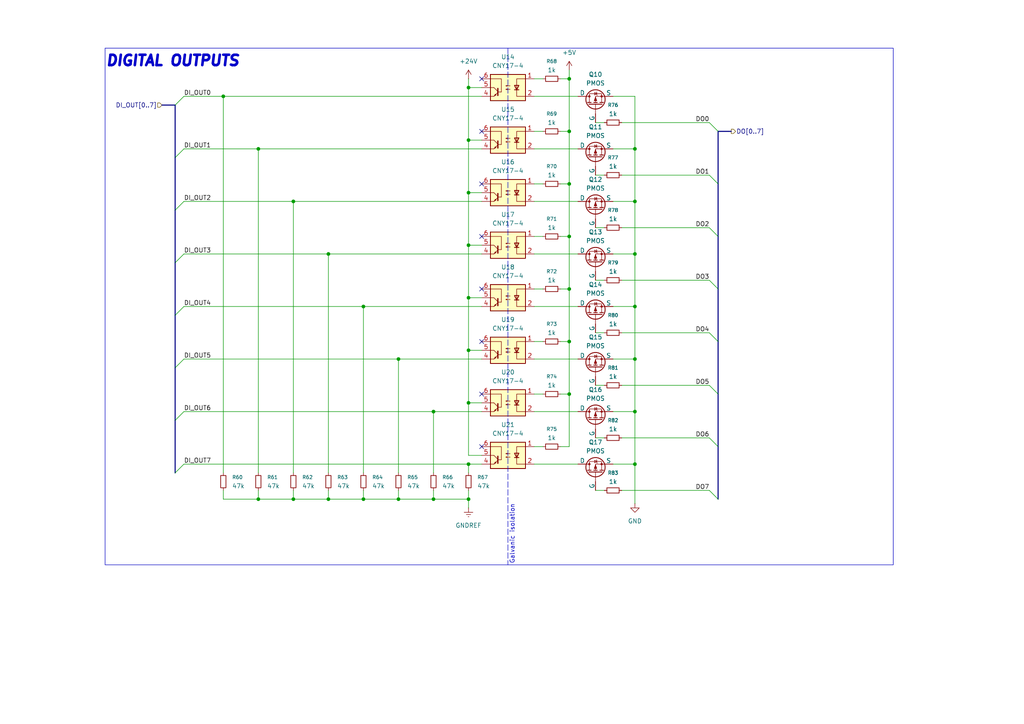
<source format=kicad_sch>
(kicad_sch (version 20250114) (generator "eeschema") (generator_version "9.0")
  (paper "A4")
  (title_block (title "PLC ON STM") (company "Author: Grzegorz Potocki"))
  (lib_symbols
    (symbol "Device:R_Small" (pin_numbers (hide yes)) (pin_names (offset 0.254) (hide yes))
      (property "Reference" "R" (at 0 0 90))
      (property "Value" "R_Small" (at 1.778 0 90))
      (symbol "R_Small_0_1"
        (rectangle (start -0.762 1.778) (end 0.762 -1.778) (stroke (width 0.2032)))
      )
      (symbol "R_Small_1_1"
        (pin passive line (at 0 2.54 270) (length 0.762) (name "~") (number "1"))
        (pin passive line (at 0 -2.54 90) (length 0.762) (name "~") (number "2"))
      )
    )
    (symbol "Isolator:CNY17-4" (pin_names (offset 1.016))
      (property "Reference" "U" (at -5.08 5.08 0))
      (property "Value" "CNY17-4" (at 0 5.08 0))
      (symbol "CNY17-4_0_1"
        (rectangle (start -5.08 3.81) (end 5.08 -3.81) (stroke (width 0.254)) (fill (type background)))
        (polyline (pts (xy -5.08 2.54) (xy -2.54 2.54) (xy -2.54 -0.762)))
        (polyline (pts (xy -3.175 -0.635) (xy -1.905 -0.635)) (stroke (width 0.254)))
        (polyline (pts (xy -2.54 -0.635) (xy -2.54 -2.54) (xy -5.08 -2.54)))
        (polyline (pts (xy -2.54 -0.635) (xy -3.175 0.635) (xy -1.905 0.635) (xy -2.54 -0.635)) (stroke (width 0.254)))
        (polyline (pts (xy -0.635 0.508) (xy 0.635 0.508) (xy 0.254 0.381) (xy 0.254 0.635) (xy 0.635 0.508)))
        (polyline (pts (xy -0.635 -0.508) (xy 0.635 -0.508) (xy 0.254 -0.635) (xy 0.254 -0.381) (xy 0.635 -0.508)))
        (polyline (pts (xy 1.905 -1.27) (xy 1.905 2.54) (xy 5.08 2.54)))
        (polyline (pts (xy 2.921 -0.254) (xy 2.921 -2.286)) (stroke (width 0.3556)))
        (polyline (pts (xy 2.921 -1.143) (xy 4.064 0)))
        (polyline (pts (xy 2.921 -1.27) (xy 1.905 -1.27)))
        (polyline (pts (xy 2.921 -1.397) (xy 4.064 -2.54)))
        (polyline (pts (xy 3.937 -2.413) (xy 3.683 -1.905) (xy 3.429 -2.159) (xy 3.937 -2.413)))
        (polyline (pts (xy 4.064 -2.54) (xy 5.08 -2.54)))
        (polyline (pts (xy 5.08 0) (xy 4.064 0)))
      )
      (symbol "CNY17-4_1_1"
        (pin passive line (at -7.62 2.54 0) (length 2.54) (name "~") (number "1"))
        (pin passive line (at -7.62 -2.54 0) (length 2.54) (name "~") (number "2"))
        (pin no_connect line (at -5.08 0 0) (length 2.54) (hide yes) (name "NC") (number "3"))
        (pin passive line (at 7.62 2.54 180) (length 2.54) (name "~") (number "6"))
        (pin passive line (at 7.62 0 180) (length 2.54) (name "~") (number "5"))
        (pin passive line (at 7.62 -2.54 180) (length 2.54) (name "~") (number "4"))
      )
    )
    (symbol "Simulation_SPICE:PMOS" (pin_numbers (hide yes)) (pin_names (offset 0))
      (property "Reference" "Q" (at 5.08 1.27 0))
      (property "Value" "PMOS" (at 5.08 -1.27 0))
      (symbol "PMOS_0_1"
        (polyline (pts (xy 0.254 1.905) (xy 0.254 -1.905)) (stroke (width 0.254)))
        (polyline (pts (xy 0.254 0) (xy -2.54 0)))
        (polyline (pts (xy 0.762 2.286) (xy 0.762 1.27)) (stroke (width 0.254)))
        (polyline (pts (xy 0.762 1.778) (xy 3.302 1.778) (xy 3.302 -1.778) (xy 0.762 -1.778)))
        (polyline (pts (xy 0.762 0.508) (xy 0.762 -0.508)) (stroke (width 0.254)))
        (polyline (pts (xy 0.762 -1.27) (xy 0.762 -2.286)) (stroke (width 0.254)))
        (circle (center 1.651 0) (radius 2.794) (stroke (width 0.254)))
        (polyline (pts (xy 2.286 0) (xy 1.27 0.381) (xy 1.27 -0.381) (xy 2.286 0)) (fill (type outline)))
        (polyline (pts (xy 2.54 2.54) (xy 2.54 1.778)))
        (circle (center 2.54 1.778) (radius 0.254) (fill (type outline)))
        (circle (center 2.54 -1.778) (radius 0.254) (fill (type outline)))
        (polyline (pts (xy 2.54 -2.54) (xy 2.54 0) (xy 0.762 0)))
        (polyline (pts (xy 2.794 -0.508) (xy 2.921 -0.381) (xy 3.683 -0.381) (xy 3.81 -0.254)))
        (polyline (pts (xy 3.302 -0.381) (xy 2.921 0.254) (xy 3.683 0.254) (xy 3.302 -0.381)))
      )
      (symbol "PMOS_1_1"
        (pin input line (at -5.08 0 0) (length 2.54) (name "G") (number "2"))
        (pin passive line (at 2.54 5.08 270) (length 2.54) (name "D") (number "1"))
        (pin passive line (at 2.54 -5.08 90) (length 2.54) (name "S") (number "3"))
      )
    )
    (symbol "power:+24V" (power) (pin_numbers (hide yes)) (pin_names (offset 0) (hide yes))
      (property "Value" "+24V" (at 0 3.556 0))
      (symbol "+24V_0_1"
        (polyline (pts (xy -0.762 1.27) (xy 0 2.54)))
        (polyline (pts (xy 0 2.54) (xy 0.762 1.27)))
        (polyline (pts (xy 0 0) (xy 0 2.54)))
      )
      (symbol "+24V_1_1"
        (pin power_in line (at 0 0 90) (length 0) (name "~") (number "1"))
      )
    )
    (symbol "power:+5V" (power) (pin_numbers (hide yes)) (pin_names (offset 0) (hide yes))
      (property "Value" "+5V" (at 0 3.556 0))
      (symbol "+5V_0_1"
        (polyline (pts (xy -0.762 1.27) (xy 0 2.54)))
        (polyline (pts (xy 0 2.54) (xy 0.762 1.27)))
        (polyline (pts (xy 0 0) (xy 0 2.54)))
      )
      (symbol "+5V_1_1"
        (pin power_in line (at 0 0 90) (length 0) (name "~") (number "1"))
      )
    )
    (symbol "power:GND" (power) (pin_numbers (hide yes)) (pin_names (offset 0) (hide yes))
      (property "Value" "GND" (at 0 -3.81 0))
      (symbol "GND_0_1"
        (polyline (pts (xy 0 0) (xy 0 -1.27) (xy 1.27 -1.27) (xy 0 -2.54) (xy -1.27 -1.27) (xy 0 -1.27)))
      )
      (symbol "GND_1_1"
        (pin power_in line (at 0 0 270) (length 0) (name "~") (number "1"))
      )
    )
    (symbol "power:GNDREF" (power) (pin_numbers (hide yes)) (pin_names (offset 0) (hide yes))
      (property "Value" "GNDREF" (at 0 -3.81 0))
      (symbol "GNDREF_0_1"
        (polyline (pts (xy -0.635 -1.905) (xy 0.635 -1.905)))
        (polyline (pts (xy -0.127 -2.54) (xy 0.127 -2.54)))
        (polyline (pts (xy 0 -1.27) (xy 0 0)))
        (polyline (pts (xy 1.27 -1.27) (xy -1.27 -1.27)))
      )
      (symbol "GNDREF_1_1"
        (pin power_in line (at 0 0 270) (length 0) (name "~") (number "1"))
      )
    )
  )
  (rectangle (start 30.48 13.97) (end 259.08 163.83))
  (text "Galvanic isolation" (at 148.59 154.94 90) (effects (font (size 1.27 1.27))))
  (text "DIGITAL OUTPUTS" (at 30.48 17.78 0) (effects (font (size 3 3) (thickness 2) (bold yes) (italic yes)) (justify left)))
  (junction (at 74.93 43.18))
  (junction (at 135.89 116.84))
  (junction (at 105.41 144.78))
  (junction (at 125.73 119.38))
  (junction (at 184.15 104.14))
  (junction (at 64.77 27.94))
  (junction (at 184.15 58.42))
  (junction (at 165.1 53.34))
  (junction (at 135.89 144.78))
  (junction (at 105.41 88.9))
  (junction (at 115.57 144.78))
  (junction (at 184.15 88.9))
  (junction (at 115.57 104.14))
  (junction (at 95.25 73.66))
  (junction (at 74.93 144.78))
  (junction (at 184.15 43.18))
  (junction (at 135.89 40.64))
  (junction (at 95.25 144.78))
  (junction (at 135.89 101.6))
  (junction (at 135.89 86.36))
  (junction (at 165.1 99.06))
  (junction (at 85.09 144.78))
  (junction (at 165.1 114.3))
  (junction (at 135.89 25.4))
  (junction (at 135.89 71.12))
  (junction (at 135.89 55.88))
  (junction (at 135.89 134.62))
  (junction (at 85.09 58.42))
  (junction (at 165.1 83.82))
  (junction (at 184.15 119.38))
  (junction (at 184.15 73.66))
  (junction (at 165.1 68.58))
  (junction (at 165.1 22.86))
  (junction (at 165.1 38.1))
  (junction (at 184.15 134.62))
  (junction (at 125.73 144.78))
  (no_connect (at 139.7 22.86))
  (no_connect (at 139.7 129.54))
  (no_connect (at 139.7 68.58))
  (no_connect (at 139.7 114.3))
  (no_connect (at 139.7 83.82))
  (no_connect (at 139.7 38.1))
  (no_connect (at 139.7 53.34))
  (no_connect (at 139.7 99.06))
  (bus_entry (at 205.74 142.24) (size 2.54 2.54))
  (bus_entry (at 205.74 81.28) (size 2.54 2.54))
  (bus_entry (at 53.34 119.38) (size -2.54 2.54))
  (bus_entry (at 53.34 134.62) (size -2.54 2.54))
  (bus_entry (at 53.34 58.42) (size -2.54 2.54))
  (bus_entry (at 53.34 88.9) (size -2.54 2.54))
  (bus_entry (at 205.74 35.56) (size 2.54 2.54))
  (bus_entry (at 53.34 43.18) (size -2.54 2.54))
  (bus_entry (at 53.34 73.66) (size -2.54 2.54))
  (bus_entry (at 205.74 66.04) (size 2.54 2.54))
  (bus_entry (at 205.74 127) (size 2.54 2.54))
  (bus_entry (at 53.34 104.14) (size -2.54 2.54))
  (bus_entry (at 205.74 96.52) (size 2.54 2.54))
  (bus_entry (at 205.74 50.8) (size 2.54 2.54))
  (bus_entry (at 53.34 27.94) (size -2.54 2.54))
  (bus_entry (at 205.74 111.76) (size 2.54 2.54))
  (wire (pts (xy 64.77 27.94) (xy 139.7 27.94)))
  (wire (pts (xy 172.72 35.56) (xy 175.26 35.56)))
  (wire (pts (xy 125.73 144.78) (xy 135.89 144.78)))
  (wire (pts (xy 125.73 119.38) (xy 125.73 137.16)))
  (wire (pts (xy 162.56 38.1) (xy 165.1 38.1)))
  (wire (pts (xy 184.15 119.38) (xy 184.15 134.62)))
  (wire (pts (xy 172.72 127) (xy 175.26 127)))
  (bus (pts (xy 50.8 137.16) (xy 50.8 121.92)))
  (wire (pts (xy 154.94 73.66) (xy 167.64 73.66)))
  (wire (pts (xy 154.94 83.82) (xy 157.48 83.82)))
  (wire (pts (xy 172.72 66.04) (xy 175.26 66.04)))
  (wire (pts (xy 135.89 22.86) (xy 135.89 25.4)))
  (wire (pts (xy 177.8 88.9) (xy 184.15 88.9)))
  (wire (pts (xy 154.94 38.1) (xy 157.48 38.1)))
  (wire (pts (xy 95.25 144.78) (xy 105.41 144.78)))
  (wire (pts (xy 139.7 132.08) (xy 135.89 132.08)))
  (wire (pts (xy 74.93 43.18) (xy 139.7 43.18)))
  (wire (pts (xy 184.15 58.42) (xy 184.15 73.66)))
  (wire (pts (xy 162.56 114.3) (xy 165.1 114.3)))
  (wire (pts (xy 139.7 101.6) (xy 135.89 101.6)))
  (wire (pts (xy 115.57 142.24) (xy 115.57 144.78)))
  (wire (pts (xy 180.34 96.52) (xy 205.74 96.52)))
  (wire (pts (xy 135.89 55.88) (xy 135.89 71.12)))
  (bus (pts (xy 50.8 121.92) (xy 50.8 106.68)))
  (wire (pts (xy 172.72 111.76) (xy 175.26 111.76)))
  (bus (pts (xy 208.28 129.54) (xy 208.28 114.3)))
  (wire (pts (xy 115.57 144.78) (xy 125.73 144.78)))
  (wire (pts (xy 162.56 99.06) (xy 165.1 99.06)))
  (wire (pts (xy 180.34 35.56) (xy 205.74 35.56)))
  (bus (pts (xy 208.28 53.34) (xy 208.28 38.1)))
  (bus (pts (xy 50.8 76.2) (xy 50.8 60.96)))
  (wire (pts (xy 139.7 134.62) (xy 135.89 134.62)))
  (wire (pts (xy 95.25 73.66) (xy 139.7 73.66)))
  (wire (pts (xy 180.34 111.76) (xy 205.74 111.76)))
  (wire (pts (xy 135.89 86.36) (xy 135.89 101.6)))
  (wire (pts (xy 139.7 25.4) (xy 135.89 25.4)))
  (wire (pts (xy 154.94 129.54) (xy 157.48 129.54)))
  (wire (pts (xy 154.94 88.9) (xy 167.64 88.9)))
  (wire (pts (xy 180.34 81.28) (xy 205.74 81.28)))
  (wire (pts (xy 139.7 55.88) (xy 135.89 55.88)))
  (wire (pts (xy 154.94 134.62) (xy 167.64 134.62)))
  (wire (pts (xy 115.57 104.14) (xy 139.7 104.14)))
  (wire (pts (xy 139.7 71.12) (xy 135.89 71.12)))
  (wire (pts (xy 165.1 22.86) (xy 165.1 38.1)))
  (wire (pts (xy 105.41 88.9) (xy 139.7 88.9)))
  (wire (pts (xy 154.94 53.34) (xy 157.48 53.34)))
  (wire (pts (xy 135.89 142.24) (xy 135.89 144.78)))
  (wire (pts (xy 177.8 27.94) (xy 184.15 27.94)))
  (bus (pts (xy 208.28 114.3) (xy 208.28 99.06)))
  (wire (pts (xy 172.72 50.8) (xy 175.26 50.8)))
  (wire (pts (xy 139.7 40.64) (xy 135.89 40.64)))
  (wire (pts (xy 165.1 68.58) (xy 165.1 83.82)))
  (wire (pts (xy 154.94 119.38) (xy 167.64 119.38)))
  (wire (pts (xy 95.25 73.66) (xy 95.25 137.16)))
  (wire (pts (xy 180.34 127) (xy 205.74 127)))
  (wire (pts (xy 135.89 144.78) (xy 135.89 147.32)))
  (bus (pts (xy 50.8 60.96) (xy 50.8 45.72)))
  (wire (pts (xy 172.72 81.28) (xy 175.26 81.28)))
  (wire (pts (xy 184.15 88.9) (xy 184.15 104.14)))
  (wire (pts (xy 64.77 142.24) (xy 64.77 144.78)))
  (wire (pts (xy 154.94 99.06) (xy 157.48 99.06)))
  (wire (pts (xy 135.89 116.84) (xy 135.89 132.08)))
  (polyline (pts (xy 147.32 13.97) (xy 147.32 163.83)) (stroke (width 0) (type dash)))
  (wire (pts (xy 135.89 71.12) (xy 135.89 86.36)))
  (bus (pts (xy 50.8 106.68) (xy 50.8 91.44)))
  (wire (pts (xy 165.1 20.32) (xy 165.1 22.86)))
  (wire (pts (xy 154.94 58.42) (xy 167.64 58.42)))
  (wire (pts (xy 180.34 50.8) (xy 205.74 50.8)))
  (bus (pts (xy 208.28 99.06) (xy 208.28 83.82)))
  (wire (pts (xy 180.34 142.24) (xy 205.74 142.24)))
  (wire (pts (xy 135.89 25.4) (xy 135.89 40.64)))
  (wire (pts (xy 184.15 27.94) (xy 184.15 43.18)))
  (wire (pts (xy 184.15 134.62) (xy 184.15 146.05)))
  (wire (pts (xy 162.56 129.54) (xy 165.1 129.54)))
  (bus (pts (xy 208.28 83.82) (xy 208.28 68.58)))
  (wire (pts (xy 53.34 27.94) (xy 64.77 27.94)))
  (wire (pts (xy 139.7 116.84) (xy 135.89 116.84)))
  (bus (pts (xy 208.28 144.78) (xy 208.28 129.54)))
  (wire (pts (xy 74.93 142.24) (xy 74.93 144.78)))
  (wire (pts (xy 165.1 99.06) (xy 165.1 114.3)))
  (bus (pts (xy 208.28 68.58) (xy 208.28 53.34)))
  (wire (pts (xy 154.94 27.94) (xy 167.64 27.94)))
  (wire (pts (xy 105.41 144.78) (xy 115.57 144.78)))
  (wire (pts (xy 135.89 40.64) (xy 135.89 55.88)))
  (wire (pts (xy 53.34 43.18) (xy 74.93 43.18)))
  (wire (pts (xy 53.34 134.62) (xy 135.89 134.62)))
  (wire (pts (xy 184.15 104.14) (xy 184.15 119.38)))
  (wire (pts (xy 125.73 119.38) (xy 139.7 119.38)))
  (wire (pts (xy 115.57 104.14) (xy 115.57 137.16)))
  (wire (pts (xy 95.25 142.24) (xy 95.25 144.78)))
  (wire (pts (xy 165.1 114.3) (xy 165.1 129.54)))
  (wire (pts (xy 135.89 134.62) (xy 135.89 137.16)))
  (wire (pts (xy 154.94 43.18) (xy 167.64 43.18)))
  (wire (pts (xy 64.77 27.94) (xy 64.77 137.16)))
  (wire (pts (xy 172.72 96.52) (xy 175.26 96.52)))
  (bus (pts (xy 208.28 38.1) (xy 212.09 38.1)))
  (wire (pts (xy 85.09 58.42) (xy 139.7 58.42)))
  (wire (pts (xy 74.93 144.78) (xy 85.09 144.78)))
  (wire (pts (xy 180.34 66.04) (xy 205.74 66.04)))
  (wire (pts (xy 177.8 58.42) (xy 184.15 58.42)))
  (wire (pts (xy 53.34 73.66) (xy 95.25 73.66)))
  (wire (pts (xy 154.94 68.58) (xy 157.48 68.58)))
  (wire (pts (xy 154.94 114.3) (xy 157.48 114.3)))
  (wire (pts (xy 53.34 58.42) (xy 85.09 58.42)))
  (wire (pts (xy 177.8 73.66) (xy 184.15 73.66)))
  (wire (pts (xy 53.34 119.38) (xy 125.73 119.38)))
  (wire (pts (xy 64.77 144.78) (xy 74.93 144.78)))
  (wire (pts (xy 162.56 83.82) (xy 165.1 83.82)))
  (wire (pts (xy 53.34 88.9) (xy 105.41 88.9)))
  (wire (pts (xy 105.41 142.24) (xy 105.41 144.78)))
  (wire (pts (xy 165.1 83.82) (xy 165.1 99.06)))
  (wire (pts (xy 74.93 43.18) (xy 74.93 137.16)))
  (wire (pts (xy 139.7 86.36) (xy 135.89 86.36)))
  (wire (pts (xy 85.09 58.42) (xy 85.09 137.16)))
  (bus (pts (xy 50.8 45.72) (xy 50.8 30.48)))
  (wire (pts (xy 162.56 68.58) (xy 165.1 68.58)))
  (wire (pts (xy 135.89 101.6) (xy 135.89 116.84)))
  (wire (pts (xy 177.8 104.14) (xy 184.15 104.14)))
  (bus (pts (xy 46.99 30.48) (xy 50.8 30.48)))
  (wire (pts (xy 177.8 43.18) (xy 184.15 43.18)))
  (wire (pts (xy 165.1 53.34) (xy 165.1 68.58)))
  (wire (pts (xy 162.56 22.86) (xy 165.1 22.86)))
  (wire (pts (xy 154.94 104.14) (xy 167.64 104.14)))
  (wire (pts (xy 105.41 88.9) (xy 105.41 137.16)))
  (wire (pts (xy 165.1 38.1) (xy 165.1 53.34)))
  (wire (pts (xy 85.09 142.24) (xy 85.09 144.78)))
  (wire (pts (xy 177.8 134.62) (xy 184.15 134.62)))
  (wire (pts (xy 184.15 43.18) (xy 184.15 58.42)))
  (wire (pts (xy 53.34 104.14) (xy 115.57 104.14)))
  (wire (pts (xy 177.8 119.38) (xy 184.15 119.38)))
  (wire (pts (xy 154.94 22.86) (xy 157.48 22.86)))
  (wire (pts (xy 125.73 142.24) (xy 125.73 144.78)))
  (bus (pts (xy 50.8 91.44) (xy 50.8 76.2)))
  (wire (pts (xy 85.09 144.78) (xy 95.25 144.78)))
  (wire (pts (xy 162.56 53.34) (xy 165.1 53.34)))
  (wire (pts (xy 184.15 73.66) (xy 184.15 88.9)))
  (wire (pts (xy 172.72 142.24) (xy 175.26 142.24)))
  (label "DI_OUT6" (at 53.34 119.38 0))
  (label "DI_OUT1" (at 53.34 43.18 0))
  (label "DO1" (at 205.74 50.8 180))
  (label "DI_OUT7" (at 53.34 134.62 0))
  (label "DI_OUT5" (at 53.34 104.14 0))
  (label "DI_OUT0" (at 53.34 27.94 0))
  (label "DO6" (at 205.74 127 180))
  (label "DI_OUT2" (at 53.34 58.42 0))
  (label "DO7" (at 205.74 142.24 180))
  (label "DO5" (at 205.74 111.76 180))
  (label "DO4" (at 205.74 96.52 180))
  (label "DI_OUT3" (at 53.34 73.66 0))
  (label "DI_OUT4" (at 53.34 88.9 0))
  (label "DO3" (at 205.74 81.28 180))
  (label "DO2" (at 205.74 66.04 180))
  (label "DO0" (at 205.74 35.56 180))
  (hierarchical_label "DI_OUT[0..7]" (shape input) (at 46.99 30.48 180))
  (hierarchical_label "DO[0..7]" (shape output) (at 212.09 38.1 0))
  (symbol (lib_id "Isolator:CNY17-4") (at 147.32 86.36 0) (mirror y) (unit 1)
    (property "Reference" "U18" (at 147.32 77.47 0))
    (property "Value" "CNY17-4" (at 147.32 80.01 0))
    (property "Datasheet" "http://www.vishay.com/docs/83606/cny17.pdf" (effects (hide yes)))
    (property "Description" "DC Optocoupler Base Connected, Vce 70V, CTR 160-320%, Viso 5000V (RMS), DIP6" (effects (hide yes)))
  )
  (symbol (lib_id "Device:R_Small") (at 64.77 139.7 0) (unit 1)
    (property "Reference" "R60" (at 67.31 138.4299 0) (effects (font (size 1.016 1.016)) (justify left)))
    (property "Value" "47k" (at 67.31 140.9699 0) (effects (justify left)))
    (property "Description" "Resistor, small symbol" (effects (hide yes)))
  )
  (symbol (lib_id "Simulation_SPICE:PMOS") (at 172.72 76.2 90) (unit 1)
    (property "Reference" "Q13" (at 172.72 67.31 90))
    (property "Value" "PMOS" (at 172.72 69.85 90))
    (property "Datasheet" "https://ngspice.sourceforge.io/docs/ngspice-html-manual/manual.xhtml#cha_MOSFETs" (effects (hide yes)))
    (property "Description" "P-MOSFET transistor, drain/source/gate" (effects (hide yes)))
    (property "Sim.Device" "PMOS" (effects (hide yes)))
    (property "Sim.Type" "VDMOS" (effects (hide yes)))
    (property "Sim.Pins" "1=D 2=G 3=S" (effects (hide yes)))
  )
  (symbol (lib_id "Isolator:CNY17-4") (at 147.32 25.4 0) (mirror y) (unit 1)
    (property "Reference" "U14" (at 147.32 16.51 0))
    (property "Value" "CNY17-4" (at 147.32 19.05 0))
    (property "Datasheet" "http://www.vishay.com/docs/83606/cny17.pdf" (effects (hide yes)))
    (property "Description" "DC Optocoupler Base Connected, Vce 70V, CTR 160-320%, Viso 5000V (RMS), DIP6" (effects (hide yes)))
  )
  (symbol (lib_id "Simulation_SPICE:PMOS") (at 172.72 121.92 90) (unit 1)
    (property "Reference" "Q16" (at 172.72 113.03 90))
    (property "Value" "PMOS" (at 172.72 115.57 90))
    (property "Datasheet" "https://ngspice.sourceforge.io/docs/ngspice-html-manual/manual.xhtml#cha_MOSFETs" (effects (hide yes)))
    (property "Description" "P-MOSFET transistor, drain/source/gate" (effects (hide yes)))
    (property "Sim.Device" "PMOS" (effects (hide yes)))
    (property "Sim.Type" "VDMOS" (effects (hide yes)))
    (property "Sim.Pins" "1=D 2=G 3=S" (effects (hide yes)))
  )
  (symbol (lib_id "Device:R_Small") (at 95.25 139.7 0) (unit 1)
    (property "Reference" "R63" (at 97.79 138.4299 0) (effects (font (size 1.016 1.016)) (justify left)))
    (property "Value" "47k" (at 97.79 140.9699 0) (effects (justify left)))
    (property "Description" "Resistor, small symbol" (effects (hide yes)))
  )
  (symbol (lib_id "Simulation_SPICE:PMOS") (at 172.72 45.72 90) (unit 1)
    (property "Reference" "Q11" (at 172.72 36.83 90))
    (property "Value" "PMOS" (at 172.72 39.37 90))
    (property "Datasheet" "https://ngspice.sourceforge.io/docs/ngspice-html-manual/manual.xhtml#cha_MOSFETs" (effects (hide yes)))
    (property "Description" "P-MOSFET transistor, drain/source/gate" (effects (hide yes)))
    (property "Sim.Device" "PMOS" (effects (hide yes)))
    (property "Sim.Type" "VDMOS" (effects (hide yes)))
    (property "Sim.Pins" "1=D 2=G 3=S" (effects (hide yes)))
  )
  (symbol (lib_id "Device:R_Small") (at 135.89 139.7 0) (unit 1)
    (property "Reference" "R67" (at 138.43 138.4299 0) (effects (font (size 1.016 1.016)) (justify left)))
    (property "Value" "47k" (at 138.43 140.9699 0) (effects (justify left)))
    (property "Description" "Resistor, small symbol" (effects (hide yes)))
  )
  (symbol (lib_id "Device:R_Small") (at 177.8 66.04 90) (unit 1)
    (property "Reference" "R78" (at 177.8 60.96 90) (effects (font (size 1.016 1.016))))
    (property "Value" "1k" (at 177.8 63.5 90))
    (property "Description" "Resistor, small symbol" (effects (hide yes)))
  )
  (symbol (lib_id "Isolator:CNY17-4") (at 147.32 40.64 0) (mirror y) (unit 1)
    (property "Reference" "U15" (at 147.32 31.75 0))
    (property "Value" "CNY17-4" (at 147.32 34.29 0))
    (property "Datasheet" "http://www.vishay.com/docs/83606/cny17.pdf" (effects (hide yes)))
    (property "Description" "DC Optocoupler Base Connected, Vce 70V, CTR 160-320%, Viso 5000V (RMS), DIP6" (effects (hide yes)))
  )
  (symbol (lib_id "Device:R_Small") (at 160.02 83.82 90) (unit 1)
    (property "Reference" "R72" (at 160.02 78.74 90) (effects (font (size 1.016 1.016))))
    (property "Value" "1k" (at 160.02 81.28 90))
    (property "Description" "Resistor, small symbol" (effects (hide yes)))
  )
  (symbol (lib_id "Isolator:CNY17-4") (at 147.32 71.12 0) (mirror y) (unit 1)
    (property "Reference" "U17" (at 147.32 62.23 0))
    (property "Value" "CNY17-4" (at 147.32 64.77 0))
    (property "Datasheet" "http://www.vishay.com/docs/83606/cny17.pdf" (effects (hide yes)))
    (property "Description" "DC Optocoupler Base Connected, Vce 70V, CTR 160-320%, Viso 5000V (RMS), DIP6" (effects (hide yes)))
  )
  (symbol (lib_id "Device:R_Small") (at 115.57 139.7 0) (unit 1)
    (property "Reference" "R65" (at 118.11 138.4299 0) (effects (font (size 1.016 1.016)) (justify left)))
    (property "Value" "47k" (at 118.11 140.9699 0) (effects (justify left)))
    (property "Description" "Resistor, small symbol" (effects (hide yes)))
  )
  (symbol (lib_id "Device:R_Small") (at 160.02 129.54 90) (unit 1)
    (property "Reference" "R75" (at 160.02 124.46 90) (effects (font (size 1.016 1.016))))
    (property "Value" "1k" (at 160.02 127 90))
    (property "Description" "Resistor, small symbol" (effects (hide yes)))
  )
  (symbol (lib_id "Device:R_Small") (at 160.02 22.86 90) (unit 1)
    (property "Reference" "R68" (at 160.02 17.78 90) (effects (font (size 1.016 1.016))))
    (property "Value" "1k" (at 160.02 20.32 90))
    (property "Description" "Resistor, small symbol" (effects (hide yes)))
  )
  (symbol (lib_id "Device:R_Small") (at 177.8 35.56 90) (unit 1)
    (property "Reference" "R76" (at 177.8 30.48 90) (effects (font (size 1.016 1.016))))
    (property "Value" "1k" (at 177.8 33.02 90))
    (property "Description" "Resistor, small symbol" (effects (hide yes)))
  )
  (symbol (lib_id "power:+5V") (at 165.1 20.32 0) (unit 1)
    (property "Reference" "#PWR037" (effects (hide yes)))
    (property "Value" "+5V" (at 165.1 15.24 0))
    (property "Description" "Power symbol creates a global label with name \"+5V\"" (effects (hide yes)))
  )
  (symbol (lib_id "Isolator:CNY17-4") (at 147.32 132.08 0) (mirror y) (unit 1)
    (property "Reference" "U21" (at 147.32 123.19 0))
    (property "Value" "CNY17-4" (at 147.32 125.73 0))
    (property "Datasheet" "http://www.vishay.com/docs/83606/cny17.pdf" (effects (hide yes)))
    (property "Description" "DC Optocoupler Base Connected, Vce 70V, CTR 160-320%, Viso 5000V (RMS), DIP6" (effects (hide yes)))
  )
  (symbol (lib_id "Isolator:CNY17-4") (at 147.32 116.84 0) (mirror y) (unit 1)
    (property "Reference" "U20" (at 147.32 107.95 0))
    (property "Value" "CNY17-4" (at 147.32 110.49 0))
    (property "Datasheet" "http://www.vishay.com/docs/83606/cny17.pdf" (effects (hide yes)))
    (property "Description" "DC Optocoupler Base Connected, Vce 70V, CTR 160-320%, Viso 5000V (RMS), DIP6" (effects (hide yes)))
  )
  (symbol (lib_id "Device:R_Small") (at 160.02 99.06 90) (unit 1)
    (property "Reference" "R73" (at 160.02 93.98 90) (effects (font (size 1.016 1.016))))
    (property "Value" "1k" (at 160.02 96.52 90))
    (property "Description" "Resistor, small symbol" (effects (hide yes)))
  )
  (symbol (lib_id "Simulation_SPICE:PMOS") (at 172.72 106.68 90) (unit 1)
    (property "Reference" "Q15" (at 172.72 97.79 90))
    (property "Value" "PMOS" (at 172.72 100.33 90))
    (property "Datasheet" "https://ngspice.sourceforge.io/docs/ngspice-html-manual/manual.xhtml#cha_MOSFETs" (effects (hide yes)))
    (property "Description" "P-MOSFET transistor, drain/source/gate" (effects (hide yes)))
    (property "Sim.Device" "PMOS" (effects (hide yes)))
    (property "Sim.Type" "VDMOS" (effects (hide yes)))
    (property "Sim.Pins" "1=D 2=G 3=S" (effects (hide yes)))
  )
  (symbol (lib_id "Device:R_Small") (at 160.02 53.34 90) (unit 1)
    (property "Reference" "R70" (at 160.02 48.26 90) (effects (font (size 1.016 1.016))))
    (property "Value" "1k" (at 160.02 50.8 90))
    (property "Description" "Resistor, small symbol" (effects (hide yes)))
  )
  (symbol (lib_id "Simulation_SPICE:PMOS") (at 172.72 91.44 90) (unit 1)
    (property "Reference" "Q14" (at 172.72 82.55 90))
    (property "Value" "PMOS" (at 172.72 85.09 90))
    (property "Datasheet" "https://ngspice.sourceforge.io/docs/ngspice-html-manual/manual.xhtml#cha_MOSFETs" (effects (hide yes)))
    (property "Description" "P-MOSFET transistor, drain/source/gate" (effects (hide yes)))
    (property "Sim.Device" "PMOS" (effects (hide yes)))
    (property "Sim.Type" "VDMOS" (effects (hide yes)))
    (property "Sim.Pins" "1=D 2=G 3=S" (effects (hide yes)))
  )
  (symbol (lib_id "Device:R_Small") (at 177.8 50.8 90) (unit 1)
    (property "Reference" "R77" (at 177.8 45.72 90) (effects (font (size 1.016 1.016))))
    (property "Value" "1k" (at 177.8 48.26 90))
    (property "Description" "Resistor, small symbol" (effects (hide yes)))
  )
  (symbol (lib_id "Device:R_Small") (at 160.02 68.58 90) (unit 1)
    (property "Reference" "R71" (at 160.02 63.5 90) (effects (font (size 1.016 1.016))))
    (property "Value" "1k" (at 160.02 66.04 90))
    (property "Description" "Resistor, small symbol" (effects (hide yes)))
  )
  (symbol (lib_id "Device:R_Small") (at 177.8 96.52 90) (unit 1)
    (property "Reference" "R80" (at 177.8 91.44 90) (effects (font (size 1.016 1.016))))
    (property "Value" "1k" (at 177.8 93.98 90))
    (property "Description" "Resistor, small symbol" (effects (hide yes)))
  )
  (symbol (lib_id "Isolator:CNY17-4") (at 147.32 101.6 0) (mirror y) (unit 1)
    (property "Reference" "U19" (at 147.32 92.71 0))
    (property "Value" "CNY17-4" (at 147.32 95.25 0))
    (property "Datasheet" "http://www.vishay.com/docs/83606/cny17.pdf" (effects (hide yes)))
    (property "Description" "DC Optocoupler Base Connected, Vce 70V, CTR 160-320%, Viso 5000V (RMS), DIP6" (effects (hide yes)))
  )
  (symbol (lib_id "power:GNDREF") (at 135.89 147.32 0) (unit 1)
    (property "Reference" "#PWR036" (effects (hide yes)))
    (property "Value" "GNDREF" (at 135.89 152.4 0))
    (property "Description" "Power symbol creates a global label with name \"GNDREF\" , reference supply ground" (effects (hide yes)))
  )
  (symbol (lib_id "Device:R_Small") (at 177.8 127 90) (unit 1)
    (property "Reference" "R82" (at 177.8 121.92 90) (effects (font (size 1.016 1.016))))
    (property "Value" "1k" (at 177.8 124.46 90))
    (property "Description" "Resistor, small symbol" (effects (hide yes)))
  )
  (symbol (lib_id "power:+24V") (at 135.89 22.86 0) (unit 1)
    (property "Reference" "#PWR035" (effects (hide yes)))
    (property "Value" "+24V" (at 135.89 17.78 0))
    (property "Description" "Power symbol creates a global label with name \"+24V\"" (effects (hide yes)))
  )
  (symbol (lib_id "Isolator:CNY17-4") (at 147.32 55.88 0) (mirror y) (unit 1)
    (property "Reference" "U16" (at 147.32 46.99 0))
    (property "Value" "CNY17-4" (at 147.32 49.53 0))
    (property "Datasheet" "http://www.vishay.com/docs/83606/cny17.pdf" (effects (hide yes)))
    (property "Description" "DC Optocoupler Base Connected, Vce 70V, CTR 160-320%, Viso 5000V (RMS), DIP6" (effects (hide yes)))
  )
  (symbol (lib_id "Device:R_Small") (at 160.02 114.3 90) (unit 1)
    (property "Reference" "R74" (at 160.02 109.22 90) (effects (font (size 1.016 1.016))))
    (property "Value" "1k" (at 160.02 111.76 90))
    (property "Description" "Resistor, small symbol" (effects (hide yes)))
  )
  (symbol (lib_id "Device:R_Small") (at 74.93 139.7 0) (unit 1)
    (property "Reference" "R61" (at 77.47 138.4299 0) (effects (font (size 1.016 1.016)) (justify left)))
    (property "Value" "47k" (at 77.47 140.9699 0) (effects (justify left)))
    (property "Description" "Resistor, small symbol" (effects (hide yes)))
  )
  (symbol (lib_id "Device:R_Small") (at 160.02 38.1 90) (unit 1)
    (property "Reference" "R69" (at 160.02 33.02 90) (effects (font (size 1.016 1.016))))
    (property "Value" "1k" (at 160.02 35.56 90))
    (property "Description" "Resistor, small symbol" (effects (hide yes)))
  )
  (symbol (lib_id "Device:R_Small") (at 177.8 142.24 90) (unit 1)
    (property "Reference" "R83" (at 177.8 137.16 90) (effects (font (size 1.016 1.016))))
    (property "Value" "1k" (at 177.8 139.7 90))
    (property "Description" "Resistor, small symbol" (effects (hide yes)))
  )
  (symbol (lib_id "Device:R_Small") (at 177.8 81.28 90) (unit 1)
    (property "Reference" "R79" (at 177.8 76.2 90) (effects (font (size 1.016 1.016))))
    (property "Value" "1k" (at 177.8 78.74 90))
    (property "Description" "Resistor, small symbol" (effects (hide yes)))
  )
  (symbol (lib_id "Device:R_Small") (at 85.09 139.7 0) (unit 1)
    (property "Reference" "R62" (at 87.63 138.4299 0) (effects (font (size 1.016 1.016)) (justify left)))
    (property "Value" "47k" (at 87.63 140.9699 0) (effects (justify left)))
    (property "Description" "Resistor, small symbol" (effects (hide yes)))
  )
  (symbol (lib_id "Device:R_Small") (at 177.8 111.76 90) (unit 1)
    (property "Reference" "R81" (at 177.8 106.68 90) (effects (font (size 1.016 1.016))))
    (property "Value" "1k" (at 177.8 109.22 90))
    (property "Description" "Resistor, small symbol" (effects (hide yes)))
  )
  (symbol (lib_id "Simulation_SPICE:PMOS") (at 172.72 60.96 90) (unit 1)
    (property "Reference" "Q12" (at 172.72 52.07 90))
    (property "Value" "PMOS" (at 172.72 54.61 90))
    (property "Datasheet" "https://ngspice.sourceforge.io/docs/ngspice-html-manual/manual.xhtml#cha_MOSFETs" (effects (hide yes)))
    (property "Description" "P-MOSFET transistor, drain/source/gate" (effects (hide yes)))
    (property "Sim.Device" "PMOS" (effects (hide yes)))
    (property "Sim.Type" "VDMOS" (effects (hide yes)))
    (property "Sim.Pins" "1=D 2=G 3=S" (effects (hide yes)))
  )
  (symbol (lib_id "Simulation_SPICE:PMOS") (at 172.72 137.16 90) (unit 1)
    (property "Reference" "Q17" (at 172.72 128.27 90))
    (property "Value" "PMOS" (at 172.72 130.81 90))
    (property "Datasheet" "https://ngspice.sourceforge.io/docs/ngspice-html-manual/manual.xhtml#cha_MOSFETs" (effects (hide yes)))
    (property "Description" "P-MOSFET transistor, drain/source/gate" (effects (hide yes)))
    (property "Sim.Device" "PMOS" (effects (hide yes)))
    (property "Sim.Type" "VDMOS" (effects (hide yes)))
    (property "Sim.Pins" "1=D 2=G 3=S" (effects (hide yes)))
  )
  (symbol (lib_id "power:GND") (at 184.15 146.05 0) (unit 1)
    (property "Reference" "#PWR038" (effects (hide yes)))
    (property "Value" "GND" (at 184.15 151.13 0))
    (property "Description" "Power symbol creates a global label with name \"GND\" , ground" (effects (hide yes)))
  )
  (symbol (lib_id "Simulation_SPICE:PMOS") (at 172.72 30.48 90) (unit 1)
    (property "Reference" "Q10" (at 172.72 21.59 90))
    (property "Value" "PMOS" (at 172.72 24.13 90))
    (property "Datasheet" "https://ngspice.sourceforge.io/docs/ngspice-html-manual/manual.xhtml#cha_MOSFETs" (effects (hide yes)))
    (property "Description" "P-MOSFET transistor, drain/source/gate" (effects (hide yes)))
    (property "Sim.Device" "PMOS" (effects (hide yes)))
    (property "Sim.Type" "VDMOS" (effects (hide yes)))
    (property "Sim.Pins" "1=D 2=G 3=S" (effects (hide yes)))
  )
  (symbol (lib_id "Device:R_Small") (at 105.41 139.7 0) (unit 1)
    (property "Reference" "R64" (at 107.95 138.4299 0) (effects (font (size 1.016 1.016)) (justify left)))
    (property "Value" "47k" (at 107.95 140.9699 0) (effects (justify left)))
    (property "Description" "Resistor, small symbol" (effects (hide yes)))
  )
  (symbol (lib_id "Device:R_Small") (at 125.73 139.7 0) (unit 1)
    (property "Reference" "R66" (at 128.27 138.4299 0) (effects (font (size 1.016 1.016)) (justify left)))
    (property "Value" "47k" (at 128.27 140.9699 0) (effects (justify left)))
    (property "Description" "Resistor, small symbol" (effects (hide yes)))
  )
)
</source>
